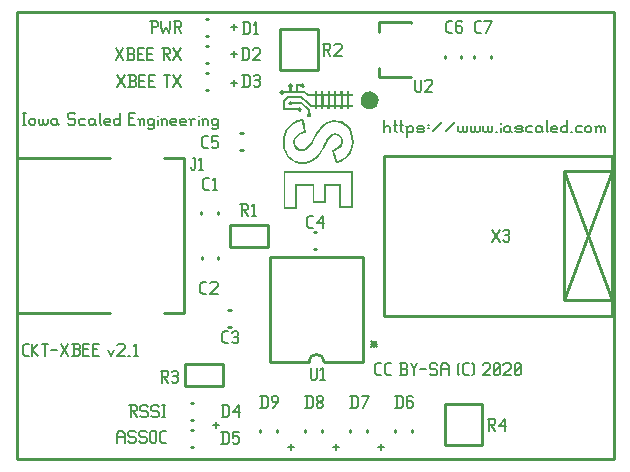
<source format=gbr>
G04 start of page 8 for group -4079 idx -4079 *
G04 Title: (unknown), topsilk *
G04 Creator: pcb 20140316 *
G04 CreationDate: Sun 13 Sep 2020 05:48:37 PM GMT UTC *
G04 For: railfan *
G04 Format: Gerber/RS-274X *
G04 PCB-Dimensions (mil): 2000.00 1500.00 *
G04 PCB-Coordinate-Origin: lower left *
%MOIN*%
%FSLAX25Y25*%
%LNTOPSILK*%
%ADD60C,0.0080*%
%ADD59C,0.0100*%
%ADD58C,0.0001*%
G54D58*G36*
X115282Y120559D02*X115569Y121444D01*
X116128Y122209D01*
X116860Y122757D01*
X117723Y123044D01*
X118363Y123082D01*
X118982Y123001D01*
X119747Y122691D01*
X120398Y122171D01*
X120973Y121324D01*
X121216Y120353D01*
X121129Y119344D01*
X120702Y118400D01*
X120197Y117847D01*
X119579Y117423D01*
X118895Y117190D01*
X118168Y117120D01*
X117441Y117228D01*
X116768Y117494D01*
X116220Y117901D01*
X115775Y118416D01*
X115455Y119018D01*
X115282Y119669D01*
X115260Y120120D01*
X115282Y120559D01*
G37*
G36*
X91123Y119393D02*X91312Y119675D01*
X91600Y119854D01*
X92034Y119859D01*
X92387Y119632D01*
X92479Y119501D01*
X92940Y119490D01*
X94052Y119485D01*
X95626D01*
X97004Y118389D01*
X98387Y117299D01*
Y115969D01*
X98507Y115883D01*
X98702Y115655D01*
X98767Y115503D01*
X98778Y115297D01*
X98772Y115096D01*
X98702Y114944D01*
X98512Y114722D01*
X98268Y114586D01*
X97986Y114570D01*
X97714Y114635D01*
X97427Y114911D01*
X97313Y115297D01*
X97562Y115855D01*
X97698Y115980D01*
Y116968D01*
X96543Y117885D01*
X95387Y118796D01*
X92490D01*
X92419Y118693D01*
X92023Y118433D01*
X91524Y118465D01*
X91150Y118850D01*
X91117Y119393D01*
X91123D01*
G37*
G36*
X101035Y96530D02*X101040Y95890D01*
X90141Y95896D01*
Y84470D01*
X93298D01*
Y92244D01*
X99819D01*
Y86559D01*
X102988D01*
Y92244D01*
X108771D01*
Y84784D01*
X111940D01*
Y95879D01*
X101040Y95890D01*
X101035Y96530D01*
X112564D01*
Y84150D01*
X108153D01*
Y91610D01*
X103633D01*
Y85929D01*
X99223D01*
Y91593D01*
X96591Y91604D01*
X93960Y91610D01*
Y83846D01*
X89522D01*
Y96530D01*
X101035D01*
G37*
G36*
X89229Y107115D02*X89571Y108933D01*
X90293Y110517D01*
X91171Y111624D01*
X92278Y112568D01*
X93841Y113430D01*
X95696Y114076D01*
X96065Y114174D01*
X96581Y111754D01*
X96781Y110821D01*
X96944Y110045D01*
X97047Y109519D01*
X97080Y109318D01*
X96868Y109264D01*
X96618Y109215D01*
X96282Y109133D01*
X95257Y108770D01*
X94432Y108255D01*
X93824Y107609D01*
X93461Y106838D01*
X93418Y106600D01*
X93401Y106204D01*
X93418Y105813D01*
X93461Y105558D01*
X94047Y104538D01*
X95083Y103979D01*
X95712Y103925D01*
X96309Y103979D01*
X96483Y103377D01*
X95067Y103339D01*
X94117Y103697D01*
X93385Y104327D01*
X92924Y105184D01*
X92756Y106220D01*
X93059Y107549D01*
X93884Y108618D01*
X95127Y109410D01*
X95653Y109611D01*
X96157Y109757D01*
X96326Y109806D01*
X96342Y109855D01*
X96315Y110007D01*
X96239Y110365D01*
X96125Y110891D01*
X95989Y111521D01*
X95745Y112671D01*
X95626Y113208D01*
X95577Y113371D01*
X95544D01*
X95360Y113322D01*
X94991Y113197D01*
X94584Y113051D01*
X94258Y112926D01*
X92479Y111928D01*
X91150Y110642D01*
X90282Y109068D01*
X89864Y107197D01*
X89853Y106801D01*
Y106253D01*
X89869Y105705D01*
X89902Y105282D01*
X90157Y103952D01*
X90591Y102791D01*
X91123Y101891D01*
X91779Y101137D01*
X92560Y100534D01*
X93466Y100068D01*
X94161Y99840D01*
X94947Y99683D01*
X95902Y99634D01*
X96836Y99683D01*
X97823Y99910D01*
X98713Y100268D01*
X99532Y100789D01*
X100313Y101473D01*
X100959Y102173D01*
X101556Y102981D01*
X102217Y104055D01*
X103047Y105547D01*
X103682Y106692D01*
X104160Y107484D01*
X104561Y108037D01*
X104963Y108466D01*
X105749Y109014D01*
X106617Y109182D01*
X107659Y109036D01*
X108473Y108602D01*
X109037Y107897D01*
X109319Y106942D01*
X109336Y106361D01*
X109270Y105786D01*
X108977Y105016D01*
X108451Y104348D01*
X107686Y103773D01*
X106666Y103279D01*
X106466Y103193D01*
X106422Y103133D01*
X106471Y102970D01*
X106574Y102591D01*
X106726Y102081D01*
X106894Y101495D01*
X107062Y100919D01*
X107214Y100420D01*
X107317Y100062D01*
X107361Y99921D01*
X107485Y99948D01*
X107762Y100035D01*
X108104Y100160D01*
X108419Y100279D01*
X109634Y100957D01*
X110638Y101847D01*
X111413Y102921D01*
X111940Y104175D01*
X112243Y105932D01*
X112157Y107853D01*
X111696Y109600D01*
X110860Y111000D01*
X110133Y111700D01*
X109249Y112242D01*
X108223Y112611D01*
X107073Y112812D01*
X106297Y112839D01*
X105587Y112801D01*
X104605Y112562D01*
X103699Y112123D01*
X102858Y111483D01*
X102066Y110620D01*
X101659Y110078D01*
X101246Y109448D01*
X100769Y108645D01*
X100161Y107560D01*
X99760Y106833D01*
X99451Y106291D01*
X99196Y105867D01*
X98957Y105493D01*
X97747Y104061D01*
X96483Y103377D01*
X96309Y103979D01*
X97378Y104576D01*
X98425Y105835D01*
X98658Y106198D01*
X98903Y106605D01*
X99196Y107121D01*
X99575Y107815D01*
X100351Y109193D01*
X100980Y110208D01*
X101545Y110983D01*
X102125Y111640D01*
X102966Y112389D01*
X103850Y112926D01*
X105033Y113344D01*
X106346Y113474D01*
X107632Y113382D01*
X108831Y113089D01*
X110355Y112329D01*
X111538Y111168D01*
X112363Y109638D01*
X112802Y107766D01*
X112884Y106307D01*
X112759Y104923D01*
X112433Y103648D01*
X111907Y102509D01*
X111061Y101370D01*
X109976Y100431D01*
X108674Y99704D01*
X107171Y99211D01*
X106916Y99151D01*
X106276Y101353D01*
X106032Y102216D01*
X105831Y102921D01*
X105701Y103399D01*
X105657Y103578D01*
X105858Y103654D01*
X106460Y103882D01*
X107035Y104142D01*
X108104Y104902D01*
X108636Y105851D01*
X108701Y106486D01*
X108652Y107137D01*
X108180Y107994D01*
X107719Y108331D01*
X107122Y108515D01*
X106639Y108553D01*
X106227Y108515D01*
X105576Y108168D01*
X104908Y107441D01*
X104664Y107088D01*
X104388Y106649D01*
X104062Y106074D01*
X103639Y105303D01*
X103167Y104435D01*
X102782Y103752D01*
X102451Y103193D01*
X102142Y102715D01*
X101214Y101489D01*
X100226Y100523D01*
X99174Y99796D01*
X98034Y99308D01*
X96662Y99032D01*
X95230Y99026D01*
X93830Y99281D01*
X92566Y99791D01*
X91448Y100588D01*
X90537Y101630D01*
X89859Y102900D01*
X89414Y104365D01*
X89240Y105743D01*
X89235Y107115D01*
X89229D01*
G37*
G36*
X88209Y122957D02*X88480Y123353D01*
X88925Y123489D01*
X89240Y123435D01*
X89490Y123239D01*
X89604Y123109D01*
X91486D01*
Y123782D01*
X91481Y124259D01*
X91464Y124455D01*
X91340Y124547D01*
X91117Y124900D01*
Y125328D01*
X91307Y125627D01*
X91600Y125811D01*
X91931Y125838D01*
X92224Y125730D01*
X92446Y125513D01*
X92566Y125198D01*
X92512Y124818D01*
X92273Y124509D01*
X92175Y124444D01*
Y123776D01*
X92170Y123109D01*
X93667D01*
Y125442D01*
X94400D01*
X95127Y125447D01*
X95197Y125545D01*
X95376Y125713D01*
X95593Y125822D01*
X96027Y125811D01*
X96315Y125627D01*
X96494Y125339D01*
X96526Y125003D01*
X96423Y124710D01*
X96201Y124487D01*
X95881Y124368D01*
X95506Y124422D01*
X95197Y124661D01*
X95127Y124758D01*
X94351D01*
Y123109D01*
X96656D01*
X97248Y122643D01*
X97839Y122171D01*
X99906D01*
Y123082D01*
X100693D01*
Y118698D01*
X102066D01*
Y121514D01*
X100693D01*
Y122171D01*
X102066D01*
Y123082D01*
X102825D01*
Y122181D01*
X104192D01*
X104219Y121498D01*
X103557Y121503D01*
X103086Y121509D01*
X102868Y121498D01*
X102858Y121433D01*
X102847Y121210D01*
X102841Y120776D01*
X102836Y120093D01*
Y118698D01*
X104219D01*
Y121498D01*
X104192Y122181D01*
Y123082D01*
X104952D01*
Y122171D01*
X104979Y121514D01*
Y118698D01*
X106352D01*
Y121514D01*
X104979D01*
X104952Y122171D01*
X106324D01*
Y123082D01*
X107084D01*
Y122181D01*
X108462Y122171D01*
X108505Y121514D01*
X107827D01*
X107344Y121509D01*
X107127Y121492D01*
X107117Y121080D01*
X107111Y120093D01*
Y118709D01*
X107800Y118704D01*
X107816D01*
X108505Y118693D01*
Y121514D01*
X108462Y122171D01*
Y123082D01*
X109222D01*
Y122181D01*
X110594D01*
X110648Y121498D01*
X109992Y121503D01*
X109515Y121509D01*
X109297Y121498D01*
X109287Y121433D01*
X109276Y121210D01*
X109270Y120776D01*
X109265Y120093D01*
Y118693D01*
X109959Y118704D01*
X110648Y118709D01*
Y121498D01*
X110594Y122181D01*
Y123082D01*
X111354D01*
Y122171D01*
X112596D01*
Y121514D01*
X111354D01*
Y118698D01*
X112596D01*
Y118009D01*
X111354D01*
Y117098D01*
X110594D01*
Y118009D01*
X109194D01*
Y117098D01*
X108435D01*
Y118009D01*
X107041D01*
Y117098D01*
X106281D01*
Y118009D01*
X104908D01*
Y117098D01*
X104149D01*
Y118009D01*
X102755D01*
Y117098D01*
X101995D01*
Y118009D01*
X100622D01*
Y117098D01*
X99836D01*
Y118009D01*
X99250Y118015D01*
X98658D01*
X96868Y119431D01*
X95083Y120852D01*
X91074D01*
X90097Y119876D01*
Y117456D01*
X92219D01*
X93043Y117461D01*
X93716D01*
X94172Y117467D01*
X94334Y117472D01*
X94427Y117597D01*
X94893Y117841D01*
X95409Y117706D01*
X95718Y117130D01*
X95447Y116528D01*
X94882Y116371D01*
X94372Y116669D01*
X94302Y116767D01*
X89414D01*
Y120158D01*
X90770Y121514D01*
X95344D01*
X97123Y120104D01*
X98903Y118698D01*
X99841D01*
Y121514D01*
X97503D01*
X96353Y122426D01*
X89522D01*
X89490Y122360D01*
X89321Y122181D01*
X89088Y122051D01*
X88573Y122084D01*
X88193Y122431D01*
X88133Y122697D01*
X88144Y122957D01*
X88209D01*
G37*
G54D59*X179500Y500D02*X500D01*
Y149500D01*
X179500D01*
X199500D02*Y500D01*
X179000Y149500D02*X199500D01*
X178000Y500D02*X199500D01*
G54D60*X123000Y113500D02*Y109500D01*
Y111000D02*X123500Y111500D01*
X124500D01*
X125000Y111000D01*
Y109500D01*
X126700Y113500D02*Y110000D01*
X127200Y109500D01*
X126200Y112000D02*X127200D01*
X128700Y113500D02*Y110000D01*
X129200Y109500D01*
X128200Y112000D02*X129200D01*
X130700Y111000D02*Y108000D01*
X130200Y111500D02*X130700Y111000D01*
X131200Y111500D01*
X132200D01*
X132700Y111000D01*
Y110000D01*
X132200Y109500D02*X132700Y110000D01*
X131200Y109500D02*X132200D01*
X130700Y110000D02*X131200Y109500D01*
X134400D02*X135900D01*
X136400Y110000D01*
X135900Y110500D02*X136400Y110000D01*
X134400Y110500D02*X135900D01*
X133900Y111000D02*X134400Y110500D01*
X133900Y111000D02*X134400Y111500D01*
X135900D01*
X136400Y111000D01*
X133900Y110000D02*X134400Y109500D01*
X137600Y112000D02*X138100D01*
X137600Y111000D02*X138100D01*
X139300Y110000D02*X142300Y113000D01*
X143500Y110000D02*X146500Y113000D01*
X147700Y111500D02*Y110000D01*
X148200Y109500D01*
X148700D01*
X149200Y110000D01*
Y111500D02*Y110000D01*
X149700Y109500D01*
X150200D01*
X150700Y110000D01*
Y111500D02*Y110000D01*
X151900Y111500D02*Y110000D01*
X152400Y109500D01*
X152900D01*
X153400Y110000D01*
Y111500D02*Y110000D01*
X153900Y109500D01*
X154400D01*
X154900Y110000D01*
Y111500D02*Y110000D01*
X156100Y111500D02*Y110000D01*
X156600Y109500D01*
X157100D01*
X157600Y110000D01*
Y111500D02*Y110000D01*
X158100Y109500D01*
X158600D01*
X159100Y110000D01*
Y111500D02*Y110000D01*
X160300Y109500D02*X160800D01*
X162000Y112500D02*Y112400D01*
Y111000D02*Y109500D01*
X164500Y111500D02*X165000Y111000D01*
X163500Y111500D02*X164500D01*
X163000Y111000D02*X163500Y111500D01*
X163000Y111000D02*Y110000D01*
X163500Y109500D01*
X165000Y111500D02*Y110000D01*
X165500Y109500D01*
X163500D02*X164500D01*
X165000Y110000D01*
X167200Y109500D02*X168700D01*
X169200Y110000D01*
X168700Y110500D02*X169200Y110000D01*
X167200Y110500D02*X168700D01*
X166700Y111000D02*X167200Y110500D01*
X166700Y111000D02*X167200Y111500D01*
X168700D01*
X169200Y111000D01*
X166700Y110000D02*X167200Y109500D01*
X170900Y111500D02*X172400D01*
X170400Y111000D02*X170900Y111500D01*
X170400Y111000D02*Y110000D01*
X170900Y109500D01*
X172400D01*
X175100Y111500D02*X175600Y111000D01*
X174100Y111500D02*X175100D01*
X173600Y111000D02*X174100Y111500D01*
X173600Y111000D02*Y110000D01*
X174100Y109500D01*
X175600Y111500D02*Y110000D01*
X176100Y109500D01*
X174100D02*X175100D01*
X175600Y110000D01*
X177300Y113500D02*Y110000D01*
X177800Y109500D01*
X179300D02*X180800D01*
X178800Y110000D02*X179300Y109500D01*
X178800Y111000D02*Y110000D01*
Y111000D02*X179300Y111500D01*
X180300D01*
X180800Y111000D01*
X178800Y110500D02*X180800D01*
Y111000D02*Y110500D01*
X184000Y113500D02*Y109500D01*
X183500D02*X184000Y110000D01*
X182500Y109500D02*X183500D01*
X182000Y110000D02*X182500Y109500D01*
X182000Y111000D02*Y110000D01*
Y111000D02*X182500Y111500D01*
X183500D01*
X184000Y111000D01*
X185200Y109500D02*X185700D01*
X187400Y111500D02*X188900D01*
X186900Y111000D02*X187400Y111500D01*
X186900Y111000D02*Y110000D01*
X187400Y109500D01*
X188900D01*
X190100Y111000D02*Y110000D01*
Y111000D02*X190600Y111500D01*
X191600D01*
X192100Y111000D01*
Y110000D01*
X191600Y109500D02*X192100Y110000D01*
X190600Y109500D02*X191600D01*
X190100Y110000D02*X190600Y109500D01*
X193800Y111000D02*Y109500D01*
Y111000D02*X194300Y111500D01*
X194800D01*
X195300Y111000D01*
Y109500D01*
Y111000D02*X195800Y111500D01*
X196300D01*
X196800Y111000D01*
Y109500D01*
X193300Y111500D02*X193800Y111000D01*
X2500Y116000D02*X3500D01*
X3000D02*Y112000D01*
X2500D02*X3500D01*
X4700Y113500D02*Y112500D01*
Y113500D02*X5200Y114000D01*
X6200D01*
X6700Y113500D01*
Y112500D01*
X6200Y112000D02*X6700Y112500D01*
X5200Y112000D02*X6200D01*
X4700Y112500D02*X5200Y112000D01*
X7900Y114000D02*Y112500D01*
X8400Y112000D01*
X8900D01*
X9400Y112500D01*
Y114000D02*Y112500D01*
X9900Y112000D01*
X10400D01*
X10900Y112500D01*
Y114000D02*Y112500D01*
X13600Y114000D02*X14100Y113500D01*
X12600Y114000D02*X13600D01*
X12100Y113500D02*X12600Y114000D01*
X12100Y113500D02*Y112500D01*
X12600Y112000D01*
X14100Y114000D02*Y112500D01*
X14600Y112000D01*
X12600D02*X13600D01*
X14100Y112500D01*
X19600Y116000D02*X20100Y115500D01*
X18100Y116000D02*X19600D01*
X17600Y115500D02*X18100Y116000D01*
X17600Y115500D02*Y114500D01*
X18100Y114000D01*
X19600D01*
X20100Y113500D01*
Y112500D01*
X19600Y112000D02*X20100Y112500D01*
X18100Y112000D02*X19600D01*
X17600Y112500D02*X18100Y112000D01*
X21800Y114000D02*X23300D01*
X21300Y113500D02*X21800Y114000D01*
X21300Y113500D02*Y112500D01*
X21800Y112000D01*
X23300D01*
X26000Y114000D02*X26500Y113500D01*
X25000Y114000D02*X26000D01*
X24500Y113500D02*X25000Y114000D01*
X24500Y113500D02*Y112500D01*
X25000Y112000D01*
X26500Y114000D02*Y112500D01*
X27000Y112000D01*
X25000D02*X26000D01*
X26500Y112500D01*
X28200Y116000D02*Y112500D01*
X28700Y112000D01*
X30200D02*X31700D01*
X29700Y112500D02*X30200Y112000D01*
X29700Y113500D02*Y112500D01*
Y113500D02*X30200Y114000D01*
X31200D01*
X31700Y113500D01*
X29700Y113000D02*X31700D01*
Y113500D02*Y113000D01*
X34900Y116000D02*Y112000D01*
X34400D02*X34900Y112500D01*
X33400Y112000D02*X34400D01*
X32900Y112500D02*X33400Y112000D01*
X32900Y113500D02*Y112500D01*
Y113500D02*X33400Y114000D01*
X34400D01*
X34900Y113500D01*
X37900Y114200D02*X39400D01*
X37900Y112000D02*X39900D01*
X37900Y116000D02*Y112000D01*
Y116000D02*X39900D01*
X41600Y113500D02*Y112000D01*
Y113500D02*X42100Y114000D01*
X42600D01*
X43100Y113500D01*
Y112000D01*
X41100Y114000D02*X41600Y113500D01*
X45800Y114000D02*X46300Y113500D01*
X44800Y114000D02*X45800D01*
X44300Y113500D02*X44800Y114000D01*
X44300Y113500D02*Y112500D01*
X44800Y112000D01*
X45800D01*
X46300Y112500D01*
X44300Y111000D02*X44800Y110500D01*
X45800D01*
X46300Y111000D01*
Y114000D02*Y111000D01*
X47500Y115000D02*Y114900D01*
Y113500D02*Y112000D01*
X49000Y113500D02*Y112000D01*
Y113500D02*X49500Y114000D01*
X50000D01*
X50500Y113500D01*
Y112000D01*
X48500Y114000D02*X49000Y113500D01*
X52200Y112000D02*X53700D01*
X51700Y112500D02*X52200Y112000D01*
X51700Y113500D02*Y112500D01*
Y113500D02*X52200Y114000D01*
X53200D01*
X53700Y113500D01*
X51700Y113000D02*X53700D01*
Y113500D02*Y113000D01*
X55400Y112000D02*X56900D01*
X54900Y112500D02*X55400Y112000D01*
X54900Y113500D02*Y112500D01*
Y113500D02*X55400Y114000D01*
X56400D01*
X56900Y113500D01*
X54900Y113000D02*X56900D01*
Y113500D02*Y113000D01*
X58600Y113500D02*Y112000D01*
Y113500D02*X59100Y114000D01*
X60100D01*
X58100D02*X58600Y113500D01*
X61300Y115000D02*Y114900D01*
Y113500D02*Y112000D01*
X62800Y113500D02*Y112000D01*
Y113500D02*X63300Y114000D01*
X63800D01*
X64300Y113500D01*
Y112000D01*
X62300Y114000D02*X62800Y113500D01*
X67000Y114000D02*X67500Y113500D01*
X66000Y114000D02*X67000D01*
X65500Y113500D02*X66000Y114000D01*
X65500Y113500D02*Y112500D01*
X66000Y112000D01*
X67000D01*
X67500Y112500D01*
X65500Y111000D02*X66000Y110500D01*
X67000D01*
X67500Y111000D01*
Y114000D02*Y111000D01*
X72000Y126000D02*X74000D01*
X73000Y127000D02*Y125000D01*
X45500Y146500D02*Y142500D01*
X45000Y146500D02*X47000D01*
X47500Y146000D01*
Y145000D01*
X47000Y144500D02*X47500Y145000D01*
X45500Y144500D02*X47000D01*
X48700Y146500D02*Y144500D01*
X49200Y142500D01*
X50200Y144500D01*
X51200Y142500D01*
X51700Y144500D01*
Y146500D02*Y144500D01*
X52900Y146500D02*X54900D01*
X55400Y146000D01*
Y145000D01*
X54900Y144500D02*X55400Y145000D01*
X53400Y144500D02*X54900D01*
X53400Y146500D02*Y142500D01*
X54200Y144500D02*X55400Y142500D01*
X33500Y133500D02*X36000Y137500D01*
X33500D02*X36000Y133500D01*
X37200D02*X39200D01*
X39700Y134000D01*
Y135200D02*Y134000D01*
X39200Y135700D02*X39700Y135200D01*
X37700Y135700D02*X39200D01*
X37700Y137500D02*Y133500D01*
X37200Y137500D02*X39200D01*
X39700Y137000D01*
Y136200D01*
X39200Y135700D02*X39700Y136200D01*
X40900Y135700D02*X42400D01*
X40900Y133500D02*X42900D01*
X40900Y137500D02*Y133500D01*
Y137500D02*X42900D01*
X44100Y135700D02*X45600D01*
X44100Y133500D02*X46100D01*
X44100Y137500D02*Y133500D01*
Y137500D02*X46100D01*
X49100D02*X51100D01*
X51600Y137000D01*
Y136000D01*
X51100Y135500D02*X51600Y136000D01*
X49600Y135500D02*X51100D01*
X49600Y137500D02*Y133500D01*
X50400Y135500D02*X51600Y133500D01*
X52800D02*X55300Y137500D01*
X52800D02*X55300Y133500D01*
X34000Y124500D02*X36500Y128500D01*
X34000D02*X36500Y124500D01*
X37700D02*X39700D01*
X40200Y125000D01*
Y126200D02*Y125000D01*
X39700Y126700D02*X40200Y126200D01*
X38200Y126700D02*X39700D01*
X38200Y128500D02*Y124500D01*
X37700Y128500D02*X39700D01*
X40200Y128000D01*
Y127200D01*
X39700Y126700D02*X40200Y127200D01*
X41400Y126700D02*X42900D01*
X41400Y124500D02*X43400D01*
X41400Y128500D02*Y124500D01*
Y128500D02*X43400D01*
X44600Y126700D02*X46100D01*
X44600Y124500D02*X46600D01*
X44600Y128500D02*Y124500D01*
Y128500D02*X46600D01*
X49600D02*X51600D01*
X50600D02*Y124500D01*
X52800D02*X55300Y128500D01*
X52800D02*X55300Y124500D01*
X72000Y135500D02*X74000D01*
X73000Y136500D02*Y134500D01*
X72000Y144500D02*X74000D01*
X73000Y145500D02*Y143500D01*
X3200Y35000D02*X4500D01*
X2500Y35700D02*X3200Y35000D01*
X2500Y38300D02*Y35700D01*
Y38300D02*X3200Y39000D01*
X4500D01*
X5700D02*Y35000D01*
Y37000D02*X7700Y39000D01*
X5700Y37000D02*X7700Y35000D01*
X8900Y39000D02*X10900D01*
X9900D02*Y35000D01*
X12100Y37000D02*X14100D01*
X15300Y35000D02*X17800Y39000D01*
X15300D02*X17800Y35000D01*
X19000D02*X21000D01*
X21500Y35500D01*
Y36700D02*Y35500D01*
X21000Y37200D02*X21500Y36700D01*
X19500Y37200D02*X21000D01*
X19500Y39000D02*Y35000D01*
X19000Y39000D02*X21000D01*
X21500Y38500D01*
Y37700D01*
X21000Y37200D02*X21500Y37700D01*
X22700Y37200D02*X24200D01*
X22700Y35000D02*X24700D01*
X22700Y39000D02*Y35000D01*
Y39000D02*X24700D01*
X25900Y37200D02*X27400D01*
X25900Y35000D02*X27900D01*
X25900Y39000D02*Y35000D01*
Y39000D02*X27900D01*
X30900Y37000D02*X31900Y35000D01*
X32900Y37000D02*X31900Y35000D01*
X34100Y38500D02*X34600Y39000D01*
X36100D01*
X36600Y38500D01*
Y37500D01*
X34100Y35000D02*X36600Y37500D01*
X34100Y35000D02*X36600D01*
X37800D02*X38300D01*
X39500Y38200D02*X40300Y39000D01*
Y35000D01*
X39500D02*X41000D01*
X118500Y40000D02*X120500Y38000D01*
X118500D02*X120500Y40000D01*
X118500Y39000D02*X120500D01*
X119500Y40000D02*Y38000D01*
X120700Y28500D02*X122000D01*
X120000Y29200D02*X120700Y28500D01*
X120000Y31800D02*Y29200D01*
Y31800D02*X120700Y32500D01*
X122000D01*
X123900Y28500D02*X125200D01*
X123200Y29200D02*X123900Y28500D01*
X123200Y31800D02*Y29200D01*
Y31800D02*X123900Y32500D01*
X125200D01*
X128200Y28500D02*X130200D01*
X130700Y29000D01*
Y30200D02*Y29000D01*
X130200Y30700D02*X130700Y30200D01*
X128700Y30700D02*X130200D01*
X128700Y32500D02*Y28500D01*
X128200Y32500D02*X130200D01*
X130700Y32000D01*
Y31200D01*
X130200Y30700D02*X130700Y31200D01*
X131900Y32500D02*X132900Y30500D01*
X133900Y32500D01*
X132900Y30500D02*Y28500D01*
X135100Y30500D02*X137100D01*
X140300Y32500D02*X140800Y32000D01*
X138800Y32500D02*X140300D01*
X138300Y32000D02*X138800Y32500D01*
X138300Y32000D02*Y31000D01*
X138800Y30500D01*
X140300D01*
X140800Y30000D01*
Y29000D01*
X140300Y28500D02*X140800Y29000D01*
X138800Y28500D02*X140300D01*
X138300Y29000D02*X138800Y28500D01*
X142000Y31500D02*Y28500D01*
Y31500D02*X142700Y32500D01*
X143800D01*
X144500Y31500D01*
Y28500D01*
X142000Y30500D02*X144500D01*
X147500Y29000D02*X148000Y28500D01*
X147500Y32000D02*X148000Y32500D01*
X147500Y32000D02*Y29000D01*
X149900Y28500D02*X151200D01*
X149200Y29200D02*X149900Y28500D01*
X149200Y31800D02*Y29200D01*
Y31800D02*X149900Y32500D01*
X151200D01*
X152400D02*X152900Y32000D01*
Y29000D01*
X152400Y28500D02*X152900Y29000D01*
X155900Y32000D02*X156400Y32500D01*
X157900D01*
X158400Y32000D01*
Y31000D01*
X155900Y28500D02*X158400Y31000D01*
X155900Y28500D02*X158400D01*
X159600Y29000D02*X160100Y28500D01*
X159600Y32000D02*Y29000D01*
Y32000D02*X160100Y32500D01*
X161100D01*
X161600Y32000D01*
Y29000D01*
X161100Y28500D02*X161600Y29000D01*
X160100Y28500D02*X161100D01*
X159600Y29500D02*X161600Y31500D01*
X162800Y32000D02*X163300Y32500D01*
X164800D01*
X165300Y32000D01*
Y31000D01*
X162800Y28500D02*X165300Y31000D01*
X162800Y28500D02*X165300D01*
X166500Y29000D02*X167000Y28500D01*
X166500Y32000D02*Y29000D01*
Y32000D02*X167000Y32500D01*
X168000D01*
X168500Y32000D01*
Y29000D01*
X168000Y28500D02*X168500Y29000D01*
X167000Y28500D02*X168000D01*
X166500Y29500D02*X168500Y31500D01*
X66000Y12000D02*X68000D01*
X67000Y13000D02*Y11000D01*
X91000Y4500D02*X93000D01*
X92000Y5500D02*Y3500D01*
X106000Y4500D02*X108000D01*
X107000Y5500D02*Y3500D01*
X121000Y4500D02*X123000D01*
X122000Y5500D02*Y3500D01*
X38000Y18500D02*X40000D01*
X40500Y18000D01*
Y17000D01*
X40000Y16500D02*X40500Y17000D01*
X38500Y16500D02*X40000D01*
X38500Y18500D02*Y14500D01*
X39300Y16500D02*X40500Y14500D01*
X43700Y18500D02*X44200Y18000D01*
X42200Y18500D02*X43700D01*
X41700Y18000D02*X42200Y18500D01*
X41700Y18000D02*Y17000D01*
X42200Y16500D01*
X43700D01*
X44200Y16000D01*
Y15000D01*
X43700Y14500D02*X44200Y15000D01*
X42200Y14500D02*X43700D01*
X41700Y15000D02*X42200Y14500D01*
X47400Y18500D02*X47900Y18000D01*
X45900Y18500D02*X47400D01*
X45400Y18000D02*X45900Y18500D01*
X45400Y18000D02*Y17000D01*
X45900Y16500D01*
X47400D01*
X47900Y16000D01*
Y15000D01*
X47400Y14500D02*X47900Y15000D01*
X45900Y14500D02*X47400D01*
X45400Y15000D02*X45900Y14500D01*
X49100Y18500D02*X50100D01*
X49600D02*Y14500D01*
X49100D02*X50100D01*
X34000Y9000D02*Y6000D01*
Y9000D02*X34700Y10000D01*
X35800D01*
X36500Y9000D01*
Y6000D01*
X34000Y8000D02*X36500D01*
X39700Y10000D02*X40200Y9500D01*
X38200Y10000D02*X39700D01*
X37700Y9500D02*X38200Y10000D01*
X37700Y9500D02*Y8500D01*
X38200Y8000D01*
X39700D01*
X40200Y7500D01*
Y6500D01*
X39700Y6000D02*X40200Y6500D01*
X38200Y6000D02*X39700D01*
X37700Y6500D02*X38200Y6000D01*
X43400Y10000D02*X43900Y9500D01*
X41900Y10000D02*X43400D01*
X41400Y9500D02*X41900Y10000D01*
X41400Y9500D02*Y8500D01*
X41900Y8000D01*
X43400D01*
X43900Y7500D01*
Y6500D01*
X43400Y6000D02*X43900Y6500D01*
X41900Y6000D02*X43400D01*
X41400Y6500D02*X41900Y6000D01*
X45100Y9500D02*Y6500D01*
Y9500D02*X45600Y10000D01*
X46600D01*
X47100Y9500D01*
Y6500D01*
X46600Y6000D02*X47100Y6500D01*
X45600Y6000D02*X46600D01*
X45100Y6500D02*X45600Y6000D01*
X49000D02*X50300D01*
X48300Y6700D02*X49000Y6000D01*
X48300Y9300D02*Y6700D01*
Y9300D02*X49000Y10000D01*
X50300D01*
G54D59*X158669Y134936D02*Y134150D01*
X153159Y134936D02*Y134150D01*
X148755Y134893D02*Y134107D01*
X143245Y134893D02*Y134107D01*
X143201Y18890D02*X155799D01*
Y5110D01*
X143201D02*X155799D01*
X143201Y18890D02*Y5110D01*
X121271Y127750D02*X131901D01*
X121271Y146250D02*X131901D01*
X121271Y131000D02*Y127750D01*
Y146250D02*Y143000D01*
X131901Y127929D02*Y127750D01*
Y146250D02*Y146071D01*
X132255Y10393D02*Y9607D01*
X126745Y10393D02*Y9607D01*
X117255Y10393D02*Y9607D01*
X111745Y10393D02*Y9607D01*
X199100Y101650D02*Y48350D01*
X123100D02*X199100D01*
X123100Y101650D02*Y48350D01*
Y101650D02*X199100D01*
X183000Y96500D02*Y53500D01*
Y96500D02*X199100D01*
X183000Y53500D02*X199100D01*
X183000Y96500D02*X199100Y53500D01*
Y96500D02*X183000Y53500D01*
X88353Y143965D02*X100951D01*
Y130185D01*
X88353D01*
Y143965D01*
X99607Y76255D02*X100393D01*
X99607Y70745D02*X100393D01*
X116066Y68024D02*Y32976D01*
X84934Y68024D02*X116066D01*
X84934D02*Y32976D01*
X103000D02*X116066D01*
X84934D02*X98000D01*
X103000D02*G75*G03X98000Y32976I-2500J0D01*G01*
X600Y49200D02*X31500D01*
X600Y100900D02*Y49200D01*
Y100900D02*X31500D01*
X49700D02*X56300D01*
X49700Y49200D02*X56300D01*
Y100900D02*Y49200D01*
X67755Y67893D02*Y67107D01*
X62245Y67893D02*Y67107D01*
X71107Y50255D02*X71893D01*
X71107Y44745D02*X71893D01*
X63607Y138255D02*X64393D01*
X63607Y132745D02*X64393D01*
X63607Y147255D02*X64393D01*
X63607Y141745D02*X64393D01*
X75107Y109255D02*X75893D01*
X75107Y103745D02*X75893D01*
X63607Y129255D02*X64393D01*
X63607Y123745D02*X64393D01*
X62159Y82936D02*Y82150D01*
X67669Y82936D02*Y82150D01*
X71701Y78741D02*X84299D01*
Y71259D01*
X71701D01*
Y78741D01*
X58607Y10255D02*X59393D01*
X58607Y4745D02*X59393D01*
X58650Y19255D02*X59436D01*
X58650Y13745D02*X59436D01*
X102255Y10393D02*Y9607D01*
X96745Y10393D02*Y9607D01*
X87255Y10393D02*Y9607D01*
X81745Y10393D02*Y9607D01*
X56701Y24759D02*X69299D01*
X56701Y32241D02*Y24759D01*
Y32241D02*X69299D01*
Y24759D01*
G54D60*X153964Y142564D02*X155264D01*
X153264Y143264D02*X153964Y142564D01*
X153264Y145864D02*Y143264D01*
Y145864D02*X153964Y146564D01*
X155264D01*
X156964Y142564D02*X158964Y146564D01*
X156464D02*X158964D01*
X144507Y142607D02*X145807D01*
X143807Y143307D02*X144507Y142607D01*
X143807Y145907D02*Y143307D01*
Y145907D02*X144507Y146607D01*
X145807D01*
X148507D02*X149007Y146107D01*
X147507Y146607D02*X148507D01*
X147007Y146107D02*X147507Y146607D01*
X147007Y146107D02*Y143107D01*
X147507Y142607D01*
X148507Y144807D02*X149007Y144307D01*
X147007Y144807D02*X148507D01*
X147507Y142607D02*X148507D01*
X149007Y143107D01*
Y144307D02*Y143107D01*
X159000Y73000D02*X161500Y77000D01*
X159000D02*X161500Y73000D01*
X162700Y76500D02*X163200Y77000D01*
X164200D01*
X164700Y76500D01*
X164200Y73000D02*X164700Y73500D01*
X163200Y73000D02*X164200D01*
X162700Y73500D02*X163200Y73000D01*
Y75200D02*X164200D01*
X164700Y76500D02*Y75700D01*
Y74700D02*Y73500D01*
Y74700D02*X164200Y75200D01*
X164700Y75700D02*X164200Y75200D01*
X157500Y14000D02*X159500D01*
X160000Y13500D01*
Y12500D01*
X159500Y12000D02*X160000Y12500D01*
X158000Y12000D02*X159500D01*
X158000Y14000D02*Y10000D01*
X158800Y12000D02*X160000Y10000D01*
X161200Y11500D02*X163200Y14000D01*
X161200Y11500D02*X163700D01*
X163200Y14000D02*Y10000D01*
X133337Y127000D02*Y123500D01*
X133837Y123000D01*
X134837D01*
X135337Y123500D01*
Y127000D02*Y123500D01*
X136537Y126500D02*X137037Y127000D01*
X138537D01*
X139037Y126500D01*
Y125500D01*
X136537Y123000D02*X139037Y125500D01*
X136537Y123000D02*X139037D01*
X127307Y21650D02*Y17650D01*
X128607Y21650D02*X129307Y20950D01*
Y18350D01*
X128607Y17650D02*X129307Y18350D01*
X126807Y17650D02*X128607D01*
X126807Y21650D02*X128607D01*
X132007D02*X132507Y21150D01*
X131007Y21650D02*X132007D01*
X130507Y21150D02*X131007Y21650D01*
X130507Y21150D02*Y18150D01*
X131007Y17650D01*
X132007Y19850D02*X132507Y19350D01*
X130507Y19850D02*X132007D01*
X131007Y17650D02*X132007D01*
X132507Y18150D01*
Y19350D02*Y18150D01*
X69307Y9650D02*Y5650D01*
X70607Y9650D02*X71307Y8950D01*
Y6350D01*
X70607Y5650D02*X71307Y6350D01*
X68807Y5650D02*X70607D01*
X68807Y9650D02*X70607D01*
X72507D02*X74507D01*
X72507D02*Y7650D01*
X73007Y8150D01*
X74007D01*
X74507Y7650D01*
Y6150D01*
X74007Y5650D02*X74507Y6150D01*
X73007Y5650D02*X74007D01*
X72507Y6150D02*X73007Y5650D01*
X112307Y21650D02*Y17650D01*
X113607Y21650D02*X114307Y20950D01*
Y18350D01*
X113607Y17650D02*X114307Y18350D01*
X111807Y17650D02*X113607D01*
X111807Y21650D02*X113607D01*
X116007Y17650D02*X118007Y21650D01*
X115507D02*X118007D01*
X97307D02*Y17650D01*
X98607Y21650D02*X99307Y20950D01*
Y18350D01*
X98607Y17650D02*X99307Y18350D01*
X96807Y17650D02*X98607D01*
X96807Y21650D02*X98607D01*
X100507Y18150D02*X101007Y17650D01*
X100507Y18950D02*Y18150D01*
Y18950D02*X101207Y19650D01*
X101807D01*
X102507Y18950D01*
Y18150D01*
X102007Y17650D02*X102507Y18150D01*
X101007Y17650D02*X102007D01*
X100507Y20350D02*X101207Y19650D01*
X100507Y21150D02*Y20350D01*
Y21150D02*X101007Y21650D01*
X102007D01*
X102507Y21150D01*
Y20350D01*
X101807Y19650D02*X102507Y20350D01*
X82307Y21650D02*Y17650D01*
X83607Y21650D02*X84307Y20950D01*
Y18350D01*
X83607Y17650D02*X84307Y18350D01*
X81807Y17650D02*X83607D01*
X81807Y21650D02*X83607D01*
X86007Y17650D02*X87507Y19650D01*
Y21150D02*Y19650D01*
X87007Y21650D02*X87507Y21150D01*
X86007Y21650D02*X87007D01*
X85507Y21150D02*X86007Y21650D01*
X85507Y21150D02*Y20150D01*
X86007Y19650D01*
X87507D01*
X98500Y31000D02*Y27500D01*
X99000Y27000D01*
X100000D01*
X100500Y27500D01*
Y31000D02*Y27500D01*
X101700Y30200D02*X102500Y31000D01*
Y27000D01*
X101700D02*X103200D01*
X69350Y18650D02*Y14650D01*
X70650Y18650D02*X71350Y17950D01*
Y15350D01*
X70650Y14650D02*X71350Y15350D01*
X68850Y14650D02*X70650D01*
X68850Y18650D02*X70650D01*
X72550Y16150D02*X74550Y18650D01*
X72550Y16150D02*X75050D01*
X74550Y18650D02*Y14650D01*
X69855Y39182D02*X71155D01*
X69155Y39882D02*X69855Y39182D01*
X69155Y42482D02*Y39882D01*
Y42482D02*X69855Y43182D01*
X71155D01*
X72355Y42682D02*X72855Y43182D01*
X73855D01*
X74355Y42682D01*
X73855Y39182D02*X74355Y39682D01*
X72855Y39182D02*X73855D01*
X72355Y39682D02*X72855Y39182D01*
Y41382D02*X73855D01*
X74355Y42682D02*Y41882D01*
Y40882D02*Y39682D01*
Y40882D02*X73855Y41382D01*
X74355Y41882D02*X73855Y41382D01*
X48500Y30000D02*X50500D01*
X51000Y29500D01*
Y28500D01*
X50500Y28000D02*X51000Y28500D01*
X49000Y28000D02*X50500D01*
X49000Y30000D02*Y26000D01*
X49800Y28000D02*X51000Y26000D01*
X52200Y29500D02*X52700Y30000D01*
X53700D01*
X54200Y29500D01*
X53700Y26000D02*X54200Y26500D01*
X52700Y26000D02*X53700D01*
X52200Y26500D02*X52700Y26000D01*
Y28200D02*X53700D01*
X54200Y29500D02*Y28700D01*
Y27700D02*Y26500D01*
Y27700D02*X53700Y28200D01*
X54200Y28700D02*X53700Y28200D01*
X102652Y139075D02*X104652D01*
X105152Y138575D01*
Y137575D01*
X104652Y137075D02*X105152Y137575D01*
X103152Y137075D02*X104652D01*
X103152Y139075D02*Y135075D01*
X103952Y137075D02*X105152Y135075D01*
X106352Y138575D02*X106852Y139075D01*
X108352D01*
X108852Y138575D01*
Y137575D01*
X106352Y135075D02*X108852Y137575D01*
X106352Y135075D02*X108852D01*
X98007Y77650D02*X99307D01*
X97307Y78350D02*X98007Y77650D01*
X97307Y80950D02*Y78350D01*
Y80950D02*X98007Y81650D01*
X99307D01*
X100507Y79150D02*X102507Y81650D01*
X100507Y79150D02*X103007D01*
X102507Y81650D02*Y77650D01*
X76002Y137575D02*Y133575D01*
X77302Y137575D02*X78002Y136875D01*
Y134275D01*
X77302Y133575D02*X78002Y134275D01*
X75502Y133575D02*X77302D01*
X75502Y137575D02*X77302D01*
X79202Y137075D02*X79702Y137575D01*
X81202D01*
X81702Y137075D01*
Y136075D01*
X79202Y133575D02*X81702Y136075D01*
X79202Y133575D02*X81702D01*
X76436Y146150D02*Y142150D01*
X77736Y146150D02*X78436Y145450D01*
Y142850D01*
X77736Y142150D02*X78436Y142850D01*
X75936Y142150D02*X77736D01*
X75936Y146150D02*X77736D01*
X79636Y145350D02*X80436Y146150D01*
Y142150D01*
X79636D02*X81136D01*
X76307Y128650D02*Y124650D01*
X77607Y128650D02*X78307Y127950D01*
Y125350D01*
X77607Y124650D02*X78307Y125350D01*
X75807Y124650D02*X77607D01*
X75807Y128650D02*X77607D01*
X79507Y128150D02*X80007Y128650D01*
X81007D01*
X81507Y128150D01*
X81007Y124650D02*X81507Y125150D01*
X80007Y124650D02*X81007D01*
X79507Y125150D02*X80007Y124650D01*
Y126850D02*X81007D01*
X81507Y128150D02*Y127350D01*
Y126350D02*Y125150D01*
Y126350D02*X81007Y126850D01*
X81507Y127350D02*X81007Y126850D01*
X75152Y85575D02*X77152D01*
X77652Y85075D01*
Y84075D01*
X77152Y83575D02*X77652Y84075D01*
X75652Y83575D02*X77152D01*
X75652Y85575D02*Y81575D01*
X76452Y83575D02*X77652Y81575D01*
X78852Y84775D02*X79652Y85575D01*
Y81575D01*
X78852D02*X80352D01*
X63050Y104150D02*X64350D01*
X62350Y104850D02*X63050Y104150D01*
X62350Y107450D02*Y104850D01*
Y107450D02*X63050Y108150D01*
X64350D01*
X65550D02*X67550D01*
X65550D02*Y106150D01*
X66050Y106650D01*
X67050D01*
X67550Y106150D01*
Y104650D01*
X67050Y104150D02*X67550Y104650D01*
X66050Y104150D02*X67050D01*
X65550Y104650D02*X66050Y104150D01*
X59200Y101000D02*X60000D01*
Y97500D01*
X59500Y97000D02*X60000Y97500D01*
X59000Y97000D02*X59500D01*
X58500Y97500D02*X59000Y97000D01*
X58500Y98000D02*Y97500D01*
X61200Y100200D02*X62000Y101000D01*
Y97000D01*
X61200D02*X62700D01*
X63441Y90311D02*X64741D01*
X62741Y91011D02*X63441Y90311D01*
X62741Y93611D02*Y91011D01*
Y93611D02*X63441Y94311D01*
X64741D01*
X65941Y93511D02*X66741Y94311D01*
Y90311D01*
X65941D02*X67441D01*
X62507Y55650D02*X63807D01*
X61807Y56350D02*X62507Y55650D01*
X61807Y58950D02*Y56350D01*
Y58950D02*X62507Y59650D01*
X63807D01*
X65007Y59150D02*X65507Y59650D01*
X67007D01*
X67507Y59150D01*
Y58150D01*
X65007Y55650D02*X67507Y58150D01*
X65007Y55650D02*X67507D01*
M02*

</source>
